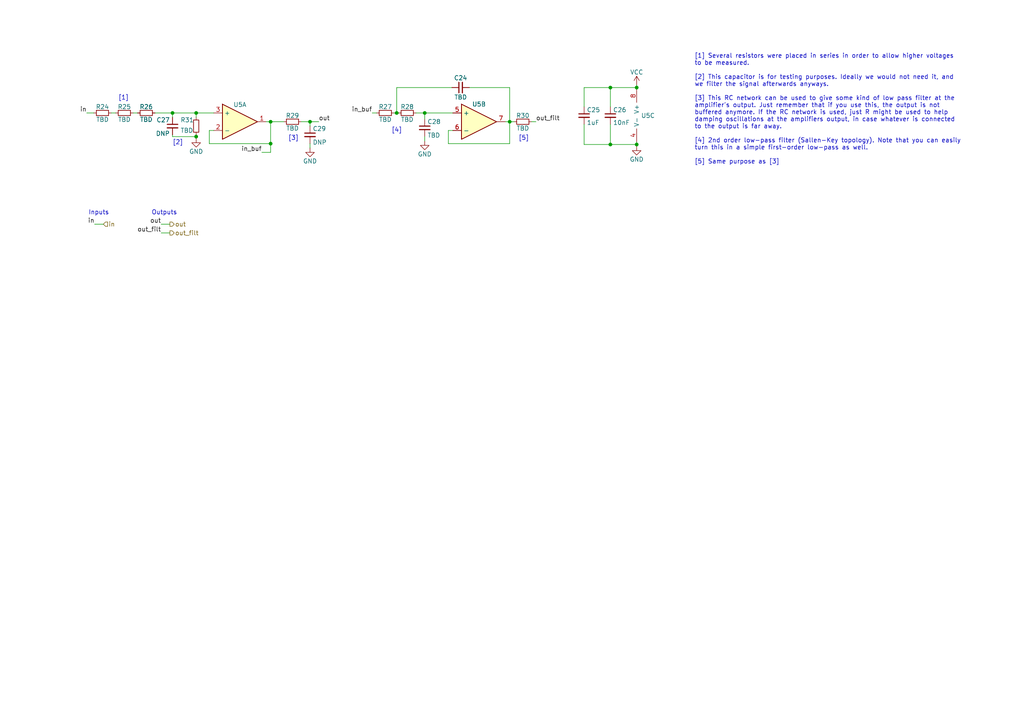
<source format=kicad_sch>
(kicad_sch (version 20211123) (generator eeschema)
  (paper "A4")
  (lib_symbols
    (symbol "Device:C_Small" (pin_numbers hide) (pin_names (offset 0.254) hide)
      (property "Reference" "C" (at 0.254 1.778 0))
      (property "Value" "C_Small" (at 0.254 -2.032 0))
      (symbol "C_Small_0_1"
        (polyline (pts (xy -1.524 -0.508) (xy 1.524 -0.508)) (stroke (width 0.3302)))
        (polyline (pts (xy -1.524 0.508) (xy 1.524 0.508)) (stroke (width 0.3048)))
      )
      (symbol "C_Small_1_1"
        (pin passive line (at 0 2.54 270) (length 2.032) (name "~") (number "1"))
        (pin passive line (at 0 -2.54 90) (length 2.032) (name "~") (number "2"))
      )
    )
    (symbol "Device:Opamp_Dual"
      (property "Reference" "U" (at 0 5.08 0))
      (property "Value" "Opamp_Dual" (at 0 -5.08 0))
      (symbol "Opamp_Dual_1_1"
        (polyline (pts (xy -5.08 5.08) (xy 5.08 0) (xy -5.08 -5.08) (xy -5.08 5.08)) (stroke (width 0.254)) (fill (type background)))
        (pin output line (at 7.62 0 180) (length 2.54) (name "~") (number "1"))
        (pin input line (at -7.62 -2.54 0) (length 2.54) (name "-") (number "2"))
        (pin input line (at -7.62 2.54 0) (length 2.54) (name "+") (number "3"))
      )
      (symbol "Opamp_Dual_2_1"
        (polyline (pts (xy -5.08 5.08) (xy 5.08 0) (xy -5.08 -5.08) (xy -5.08 5.08)) (stroke (width 0.254)) (fill (type background)))
        (pin input line (at -7.62 2.54 0) (length 2.54) (name "+") (number "5"))
        (pin input line (at -7.62 -2.54 0) (length 2.54) (name "-") (number "6"))
        (pin output line (at 7.62 0 180) (length 2.54) (name "~") (number "7"))
      )
      (symbol "Opamp_Dual_3_1"
        (pin power_in line (at -2.54 -7.62 90) (length 3.81) (name "V-") (number "4"))
        (pin power_in line (at -2.54 7.62 270) (length 3.81) (name "V+") (number "8"))
      )
    )
    (symbol "Device:R_Small" (pin_numbers hide) (pin_names (offset 0.254) hide)
      (property "Reference" "R" (at 0.762 0.508 0))
      (property "Value" "R_Small" (at 0.762 -1.016 0))
      (symbol "R_Small_0_1"
        (rectangle (start -0.762 1.778) (end 0.762 -1.778) (stroke (width 0.2032)))
      )
      (symbol "R_Small_1_1"
        (pin passive line (at 0 2.54 270) (length 0.762) (name "~") (number "1"))
        (pin passive line (at 0 -2.54 90) (length 0.762) (name "~") (number "2"))
      )
    )
    (symbol "power:GND" (power) (pin_names (offset 0))
      (property "Value" "GND" (at 0 -3.81 0))
      (symbol "GND_0_1"
        (polyline (pts (xy 0 0) (xy 0 -1.27) (xy 1.27 -1.27) (xy 0 -2.54) (xy -1.27 -1.27) (xy 0 -1.27)))
      )
      (symbol "GND_1_1"
        (pin power_in line (at 0 0 270) (length 0) hide (name "GND") (number "1"))
      )
    )
    (symbol "power:VCC" (power) (pin_names (offset 0))
      (property "Value" "VCC" (at 0 3.81 0))
      (symbol "VCC_0_1"
        (polyline (pts (xy -0.762 1.27) (xy 0 2.54)))
        (polyline (pts (xy 0 0) (xy 0 2.54)))
        (polyline (pts (xy 0 2.54) (xy 0.762 1.27)))
      )
      (symbol "VCC_1_1"
        (pin power_in line (at 0 0 90) (length 0) hide (name "VCC") (number "1"))
      )
    )
  )
  (junction (at 115.062 32.766))
  (junction (at 184.658 25.4))
  (junction (at 184.658 41.91))
  (junction (at 50.038 32.766))
  (junction (at 78.486 35.306))
  (junction (at 177.038 41.91))
  (junction (at 147.828 35.306))
  (junction (at 177.038 25.4))
  (junction (at 123.19 32.766))
  (junction (at 56.896 39.624))
  (junction (at 78.486 41.656))
  (junction (at 56.896 32.766))
  (junction (at 89.916 35.306))
  (wire (pts (xy 89.916 35.306) (xy 92.456 35.306)))
  (wire (pts (xy 154.178 35.306) (xy 155.448 35.306)))
  (wire (pts (xy 60.706 37.846) (xy 60.706 41.656)))
  (wire (pts (xy 32.258 32.766) (xy 33.528 32.766)))
  (wire (pts (xy 78.486 41.656) (xy 78.486 35.306)))
  (wire (pts (xy 147.828 41.656) (xy 147.828 35.306)))
  (wire (pts (xy 44.958 32.766) (xy 50.038 32.766)))
  (wire (pts (xy 78.486 44.196) (xy 78.486 41.656)))
  (wire (pts (xy 169.418 41.91) (xy 177.038 41.91)))
  (wire (pts (xy 114.3 32.766) (xy 115.062 32.766)))
  (wire (pts (xy 131.318 32.766) (xy 123.19 32.766)))
  (wire (pts (xy 130.048 41.656) (xy 147.828 41.656)))
  (wire (pts (xy 130.048 37.846) (xy 130.048 41.656)))
  (wire (pts (xy 56.896 32.766) (xy 56.896 34.036)))
  (wire (pts (xy 177.038 36.068) (xy 177.038 41.91)))
  (wire (pts (xy 147.828 35.306) (xy 146.558 35.306)))
  (wire (pts (xy 169.418 36.068) (xy 169.418 41.91)))
  (wire (pts (xy 56.896 39.624) (xy 56.896 40.132)))
  (wire (pts (xy 38.608 32.766) (xy 39.878 32.766)))
  (wire (pts (xy 147.828 25.4) (xy 147.828 35.306)))
  (wire (pts (xy 46.736 65.024) (xy 49.276 65.024)))
  (wire (pts (xy 123.19 32.766) (xy 123.19 34.544)))
  (wire (pts (xy 177.038 41.91) (xy 184.658 41.91)))
  (wire (pts (xy 61.976 32.766) (xy 56.896 32.766)))
  (wire (pts (xy 184.658 25.4) (xy 184.658 25.908)))
  (wire (pts (xy 169.418 30.988) (xy 169.418 25.4)))
  (wire (pts (xy 46.736 67.564) (xy 49.276 67.564)))
  (wire (pts (xy 25.146 32.766) (xy 27.178 32.766)))
  (wire (pts (xy 177.038 25.4) (xy 184.658 25.4)))
  (wire (pts (xy 136.144 25.4) (xy 147.828 25.4)))
  (wire (pts (xy 115.062 25.4) (xy 115.062 32.766)))
  (wire (pts (xy 120.65 32.766) (xy 123.19 32.766)))
  (wire (pts (xy 123.19 39.624) (xy 123.19 40.894)))
  (wire (pts (xy 50.038 39.116) (xy 50.038 39.624)))
  (wire (pts (xy 131.064 25.4) (xy 115.062 25.4)))
  (wire (pts (xy 147.828 35.306) (xy 149.098 35.306)))
  (wire (pts (xy 169.418 25.4) (xy 177.038 25.4)))
  (wire (pts (xy 50.038 32.766) (xy 56.896 32.766)))
  (wire (pts (xy 75.946 44.196) (xy 78.486 44.196)))
  (wire (pts (xy 184.658 41.91) (xy 184.658 42.418)))
  (wire (pts (xy 184.658 41.91) (xy 184.658 41.148)))
  (wire (pts (xy 61.976 37.846) (xy 60.706 37.846)))
  (wire (pts (xy 87.376 35.306) (xy 89.916 35.306)))
  (wire (pts (xy 131.318 37.846) (xy 130.048 37.846)))
  (wire (pts (xy 78.486 35.306) (xy 82.296 35.306)))
  (wire (pts (xy 50.038 32.766) (xy 50.038 34.036)))
  (wire (pts (xy 184.658 25.4) (xy 184.658 24.638)))
  (wire (pts (xy 27.432 65.024) (xy 29.972 65.024)))
  (wire (pts (xy 60.706 41.656) (xy 78.486 41.656)))
  (wire (pts (xy 115.062 32.766) (xy 115.57 32.766)))
  (wire (pts (xy 78.486 35.306) (xy 77.216 35.306)))
  (wire (pts (xy 107.95 32.766) (xy 109.22 32.766)))
  (wire (pts (xy 89.916 35.306) (xy 89.916 36.576)))
  (wire (pts (xy 50.038 39.624) (xy 56.896 39.624)))
  (wire (pts (xy 177.038 25.4) (xy 177.038 30.988)))
  (wire (pts (xy 56.896 39.116) (xy 56.896 39.624)))
  (wire (pts (xy 89.916 41.656) (xy 89.916 42.926)))
  (text "Outputs" (at 43.942 62.484 0) (effects (font (size 1.27 1.27)) (justify left bottom)))
  (text "[5]" (at 150.368 40.894 0) (effects (font (size 1.27 1.27)) (justify left bottom)))
  (text "[2]" (at 50.038 42.164 0) (effects (font (size 1.27 1.27)) (justify left bottom)))
  (text "Inputs\n" (at 25.654 62.484 0) (effects (font (size 1.27 1.27)) (justify left bottom)))
  (text "[3]" (at 83.566 40.894 0) (effects (font (size 1.27 1.27)) (justify left bottom)))
  (text "[4]" (at 113.538 38.608 0) (effects (font (size 1.27 1.27)) (justify left bottom)))
  (text "[1]" (at 34.29 29.21 0) (effects (font (size 1.27 1.27)) (justify left bottom)))
  (text "[1] Several resistors were placed in series in order to allow higher voltages\nto be measured.\n\n[2] This capacitor is for testing purposes. Ideally we would not need it, and\nwe filter the signal afterwards anyways. \n\n[3] This RC network can be used to give some kind of low pass filter at the\namplifier's output. Just remember that if you use this, the output is not \nbuffered anymore. If the RC network is used, just R might be used to help\ndamping oscillations at the amplifiers output, in case whatever is connected\nto the output is far away.\n\n[4] 2nd order low-pass filter (Sallen-Key topology). Note that you can easily\nturn this in a simple first-order low-pass as well. \n\n[5] Same purpose as [3]" (at 201.422 47.752 0) (effects (font (size 1.27 1.27)) (justify left bottom)))
  (label "out" (at 46.736 65.024 180))
  (label "in_buf" (at 75.946 44.196 180))
  (label "in_buf" (at 107.95 32.766 180))
  (label "out_filt" (at 46.736 67.564 180))
  (label "in" (at 27.432 65.024 180))
  (label "out_filt" (at 155.448 35.306 0))
  (label "in" (at 25.146 32.766 180))
  (label "out" (at 92.456 35.306 0))
  (hierarchical_label "in" (shape input) (at 29.972 65.024 0))
  (hierarchical_label "out_filt" (shape output) (at 49.276 67.564 0))
  (hierarchical_label "out" (shape output) (at 49.276 65.024 0))
  (symbol (lib_id "Device:C_Small") (at 123.19 37.084 0) (unit 1)
    (property "Reference" "C28" (at 123.952 35.306 0) (effects (justify left)))
    (property "Value" "TBD" (at 123.952 39.243 0) (effects (justify left)))
    (property "Footprint" "Capacitor_SMD:C_0805_2012Metric_Pad1.18x1.45mm_HandSolder" (effects hide))
  )
  (symbol (lib_id "Device:C_Small") (at 169.418 33.528 0) (unit 1)
    (property "Reference" "C25" (at 170.18 31.877 0) (effects (justify left)))
    (property "Value" "1uF" (at 170.18 35.56 0) (effects (justify left)))
    (property "Footprint" "Capacitor_SMD:C_0805_2012Metric_Pad1.18x1.45mm_HandSolder" (effects hide))
  )
  (symbol (lib_id "Device:R_Small") (at 118.11 32.766 270) (unit 1)
    (property "Reference" "R28" (at 118.11 30.988 90))
    (property "Value" "TBD" (at 118.11 34.671 90))
    (property "Footprint" "Resistor_SMD:R_0805_2012Metric_Pad1.20x1.40mm_HandSolder" (effects hide))
  )
  (symbol (lib_id "Device:R_Small") (at 29.718 32.766 270) (unit 1)
    (property "Reference" "R24" (at 29.718 30.988 90))
    (property "Value" "TBD" (at 29.718 34.671 90))
    (property "Footprint" "Resistor_SMD:R_0805_2012Metric_Pad1.20x1.40mm_HandSolder" (effects hide))
  )
  (symbol (lib_id "Device:Opamp_Dual") (at 187.198 33.528 0) (unit 3)
    (property "Reference" "U5" (at 185.928 33.528 0) (effects (justify left)))
    (property "Value" "Opamp_Dual" (effects hide))
    (property "Footprint" "Package_SO:SOIC-8_3.9x4.9mm_P1.27mm" (effects hide))
  )
  (symbol (lib_id "Device:C_Small") (at 133.604 25.4 90) (unit 1)
    (property "Reference" "C24" (at 133.604 22.606 90))
    (property "Value" "TBD" (at 133.604 28.194 90))
    (property "Footprint" "Capacitor_SMD:C_0805_2012Metric_Pad1.18x1.45mm_HandSolder" (effects hide))
  )
  (symbol (lib_id "Device:C_Small") (at 89.916 39.116 0) (unit 1)
    (property "Reference" "C29" (at 90.678 37.338 0) (effects (justify left)))
    (property "Value" "DNP" (at 90.678 41.275 0) (effects (justify left)))
    (property "Footprint" "Capacitor_SMD:C_0805_2012Metric_Pad1.18x1.45mm_HandSolder" (effects hide))
  )
  (symbol (lib_id "Device:R_Small") (at 111.76 32.766 270) (unit 1)
    (property "Reference" "R27" (at 111.76 30.988 90))
    (property "Value" "TBD" (at 111.76 34.671 90))
    (property "Footprint" "Resistor_SMD:R_0805_2012Metric_Pad1.20x1.40mm_HandSolder" (effects hide))
  )
  (symbol (lib_id "Device:R_Small") (at 42.418 32.766 270) (unit 1)
    (property "Reference" "R26" (at 42.418 30.988 90))
    (property "Value" "TBD" (at 42.418 34.671 90))
    (property "Footprint" "Resistor_SMD:R_0805_2012Metric_Pad1.20x1.40mm_HandSolder" (effects hide))
  )
  (symbol (lib_id "Device:R_Small") (at 151.638 35.306 270) (unit 1)
    (property "Reference" "R30" (at 151.638 33.528 90))
    (property "Value" "TBD" (at 151.638 37.211 90))
    (property "Footprint" "Resistor_SMD:R_0805_2012Metric_Pad1.20x1.40mm_HandSolder" (effects hide))
  )
  (symbol (lib_id "Device:R_Small") (at 84.836 35.306 270) (unit 1)
    (property "Reference" "R29" (at 84.836 33.528 90))
    (property "Value" "TBD" (at 84.836 37.211 90))
    (property "Footprint" "Resistor_SMD:R_0805_2012Metric_Pad1.20x1.40mm_HandSolder" (effects hide))
  )
  (symbol (lib_id "Device:R_Small") (at 56.896 36.576 0) (unit 1)
    (property "Reference" "R31" (at 52.324 34.798 0) (effects (justify left)))
    (property "Value" "TBD" (at 52.324 37.846 0) (effects (justify left)))
    (property "Footprint" "Resistor_SMD:R_0805_2012Metric_Pad1.20x1.40mm_HandSolder" (effects hide))
  )
  (symbol (lib_id "power:GND") (at 123.19 40.894 0) (unit 1)
    (property "Reference" "#PWR0149" (effects hide))
    (property "Value" "GND" (at 123.19 44.704 0))
  )
  (symbol (lib_id "power:GND") (at 89.916 42.926 0) (unit 1)
    (property "Reference" "#PWR0150" (effects hide))
    (property "Value" "GND" (at 89.916 46.736 0))
  )
  (symbol (lib_id "power:GND") (at 56.896 40.132 0) (unit 1)
    (property "Reference" "#PWR0151" (effects hide))
    (property "Value" "GND" (at 56.896 43.942 0))
  )
  (symbol (lib_id "Device:Opamp_Dual") (at 69.596 35.306 0) (unit 1)
    (property "Reference" "U5" (at 69.596 30.353 0))
    (property "Value" "Opamp_Dual" (effects hide))
    (property "Footprint" "Package_SO:SOIC-8_3.9x4.9mm_P1.27mm" (effects hide))
  )
  (symbol (lib_id "power:VCC") (at 184.658 24.638 0) (unit 1)
    (property "Reference" "#PWR0147" (effects hide))
    (property "Value" "VCC" (at 184.658 20.955 0))
  )
  (symbol (lib_id "Device:R_Small") (at 36.068 32.766 270) (unit 1)
    (property "Reference" "R25" (at 36.068 30.988 90))
    (property "Value" "TBD" (at 36.068 34.671 90))
    (property "Footprint" "Resistor_SMD:R_0805_2012Metric_Pad1.20x1.40mm_HandSolder" (effects hide))
  )
  (symbol (lib_id "Device:Opamp_Dual") (at 138.938 35.306 0) (unit 2)
    (property "Reference" "U5" (at 138.938 30.226 0))
    (property "Value" "Opamp_Dual" (effects hide))
    (property "Footprint" "Package_SO:SOIC-8_3.9x4.9mm_P1.27mm" (effects hide))
  )
  (symbol (lib_id "power:GND") (at 184.658 42.418 0) (unit 1)
    (property "Reference" "#PWR0148" (effects hide))
    (property "Value" "GND" (at 184.658 46.228 0))
  )
  (symbol (lib_id "Device:C_Small") (at 50.038 36.576 0) (mirror y) (unit 1)
    (property "Reference" "C27" (at 49.276 34.798 0) (effects (justify left)))
    (property "Value" "DNP" (at 49.276 38.735 0) (effects (justify left)))
    (property "Footprint" "Capacitor_SMD:C_0805_2012Metric_Pad1.18x1.45mm_HandSolder" (effects hide))
  )
  (symbol (lib_id "Device:C_Small") (at 177.038 33.528 0) (unit 1)
    (property "Reference" "C26" (at 177.8 31.877 0) (effects (justify left)))
    (property "Value" "10nF" (at 177.8 35.56 0) (effects (justify left)))
    (property "Footprint" "Capacitor_SMD:C_0805_2012Metric_Pad1.18x1.45mm_HandSolder" (effects hide))
  )
)
</source>
